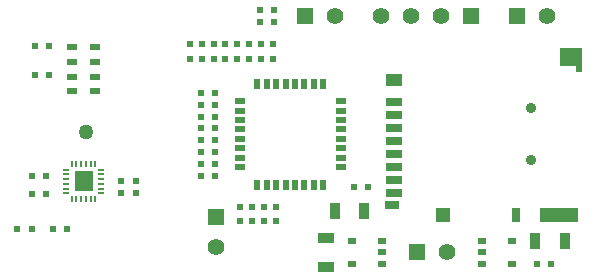
<source format=gbs>
G04 (created by PCBNEW (2013-mar-13)-testing) date Mon 25 May 2015 11:56:23 PM EDT*
%MOIN*%
G04 Gerber Fmt 3.4, Leading zero omitted, Abs format*
%FSLAX34Y34*%
G01*
G70*
G90*
G04 APERTURE LIST*
%ADD10C,0.005906*%
%ADD11R,0.037402X0.021654*%
%ADD12R,0.035000X0.055000*%
%ADD13R,0.055000X0.035000*%
%ADD14R,0.030000X0.020000*%
%ADD15R,0.055000X0.055000*%
%ADD16C,0.055000*%
%ADD17R,0.055118X0.027559*%
%ADD18R,0.055118X0.039370*%
%ADD19R,0.047244X0.027559*%
%ADD20R,0.047244X0.047244*%
%ADD21R,0.031496X0.047244*%
%ADD22R,0.125984X0.047244*%
%ADD23R,0.074803X0.059055*%
%ADD24R,0.019685X0.019685*%
%ADD25C,0.035400*%
%ADD26R,0.021654X0.023622*%
%ADD27R,0.023622X0.021654*%
%ADD28R,0.021260X0.033465*%
%ADD29R,0.033465X0.021260*%
%ADD30C,0.050000*%
%ADD31O,0.007874X0.023622*%
%ADD32O,0.023622X0.007874*%
%ADD33R,0.060630X0.066929*%
G04 APERTURE END LIST*
G54D10*
G54D11*
X30905Y-45816D03*
X30905Y-45324D03*
X30905Y-46309D03*
X30905Y-46801D03*
X30118Y-46801D03*
X30118Y-46309D03*
X30118Y-45816D03*
X30118Y-45324D03*
G54D12*
X39862Y-50787D03*
X38877Y-50787D03*
G54D13*
X38582Y-51673D03*
X38582Y-52657D03*
G54D12*
X45570Y-51771D03*
X46555Y-51771D03*
G54D14*
X43791Y-52540D03*
X43791Y-51790D03*
X44791Y-52540D03*
X43791Y-52165D03*
X44791Y-51790D03*
X40460Y-51790D03*
X40460Y-52540D03*
X39460Y-51790D03*
X40460Y-52165D03*
X39460Y-52540D03*
G54D15*
X44972Y-44291D03*
G54D16*
X45972Y-44291D03*
G54D17*
X40846Y-47165D03*
X40846Y-47598D03*
X40846Y-48031D03*
X40846Y-48464D03*
X40846Y-48897D03*
X40846Y-49330D03*
X40846Y-49763D03*
X40846Y-50196D03*
G54D18*
X40846Y-46417D03*
G54D19*
X40807Y-50590D03*
G54D20*
X42500Y-50905D03*
G54D21*
X44940Y-50905D03*
G54D22*
X46358Y-50905D03*
G54D23*
X46751Y-45669D03*
G54D24*
X47027Y-46062D03*
G54D25*
X45432Y-49094D03*
X45432Y-47362D03*
G54D15*
X41625Y-52165D03*
G54D16*
X42625Y-52165D03*
G54D26*
X29370Y-45275D03*
X28897Y-45275D03*
X29370Y-46259D03*
X28897Y-46259D03*
X29251Y-49606D03*
X28779Y-49606D03*
X29251Y-50236D03*
X28779Y-50236D03*
X34881Y-49212D03*
X34409Y-49212D03*
X39527Y-50000D03*
X40000Y-50000D03*
X34409Y-46850D03*
X34881Y-46850D03*
X29960Y-51377D03*
X29488Y-51377D03*
X28307Y-51377D03*
X28779Y-51377D03*
G54D27*
X36023Y-45708D03*
X36023Y-45236D03*
X34055Y-45708D03*
X34055Y-45236D03*
G54D15*
X37885Y-44291D03*
G54D16*
X38885Y-44291D03*
G54D15*
X43429Y-44291D03*
G54D16*
X42429Y-44291D03*
X41429Y-44291D03*
X40429Y-44291D03*
G54D15*
X34940Y-50976D03*
G54D16*
X34940Y-51976D03*
G54D26*
X32244Y-49803D03*
X31771Y-49803D03*
X32244Y-50196D03*
X31771Y-50196D03*
X34409Y-49606D03*
X34881Y-49606D03*
X36850Y-44094D03*
X36377Y-44094D03*
X34409Y-48818D03*
X34881Y-48818D03*
X36850Y-44488D03*
X36377Y-44488D03*
G54D27*
X35236Y-45236D03*
X35236Y-45708D03*
X36909Y-50649D03*
X36909Y-51122D03*
X36515Y-50649D03*
X36515Y-51122D03*
X36417Y-45236D03*
X36417Y-45708D03*
X35629Y-45236D03*
X35629Y-45708D03*
X36122Y-50649D03*
X36122Y-51122D03*
X35728Y-50649D03*
X35728Y-51122D03*
X34842Y-45236D03*
X34842Y-45708D03*
X34448Y-45236D03*
X34448Y-45708D03*
G54D26*
X34881Y-48425D03*
X34409Y-48425D03*
X34881Y-48031D03*
X34409Y-48031D03*
X45629Y-52559D03*
X46102Y-52559D03*
X34881Y-47637D03*
X34409Y-47637D03*
X34881Y-47244D03*
X34409Y-47244D03*
G54D28*
X36299Y-49911D03*
X36614Y-49911D03*
X36929Y-49911D03*
X37244Y-49911D03*
X37559Y-49911D03*
X37874Y-49911D03*
X38188Y-49911D03*
X38503Y-49911D03*
X38503Y-49911D03*
X38188Y-49911D03*
X37874Y-49911D03*
X37559Y-49911D03*
X37244Y-49911D03*
X36929Y-49911D03*
X36614Y-49911D03*
X36299Y-49911D03*
X36299Y-49911D03*
X36614Y-49911D03*
X36929Y-49911D03*
X37244Y-49911D03*
X37559Y-49911D03*
X37874Y-49911D03*
X38188Y-49911D03*
X38503Y-49911D03*
X38503Y-49911D03*
X38188Y-49911D03*
X37874Y-49911D03*
X37559Y-49911D03*
X37244Y-49911D03*
X36929Y-49911D03*
X36614Y-49911D03*
X36299Y-49911D03*
G54D29*
X35718Y-49330D03*
X35718Y-49015D03*
X35718Y-48700D03*
X35718Y-48385D03*
X35718Y-48070D03*
X35718Y-47755D03*
X35718Y-47440D03*
X35718Y-47125D03*
G54D28*
X36299Y-46545D03*
X36614Y-46545D03*
X36929Y-46545D03*
X37244Y-46545D03*
X37559Y-46545D03*
X37874Y-46545D03*
X38188Y-46545D03*
X38503Y-46545D03*
G54D29*
X39084Y-47125D03*
X39084Y-47440D03*
X39084Y-47755D03*
X39084Y-48070D03*
X39084Y-48385D03*
X39084Y-48700D03*
X39084Y-49015D03*
X39084Y-49330D03*
G54D30*
X30590Y-48149D03*
G54D31*
X30905Y-49212D03*
X30748Y-49212D03*
X30590Y-49212D03*
X30433Y-49212D03*
X30275Y-49212D03*
X30118Y-49212D03*
G54D32*
X31102Y-49409D03*
X31102Y-49566D03*
X31102Y-49724D03*
X31102Y-49881D03*
X31102Y-50039D03*
X31102Y-50196D03*
X29921Y-49409D03*
X29921Y-49566D03*
X29921Y-49724D03*
X29921Y-49881D03*
X29921Y-50039D03*
X29921Y-50196D03*
G54D31*
X30905Y-50393D03*
X30748Y-50393D03*
X30590Y-50393D03*
X30433Y-50393D03*
X30275Y-50393D03*
X30118Y-50393D03*
G54D33*
X30511Y-49803D03*
G54D27*
X36811Y-45708D03*
X36811Y-45236D03*
M02*

</source>
